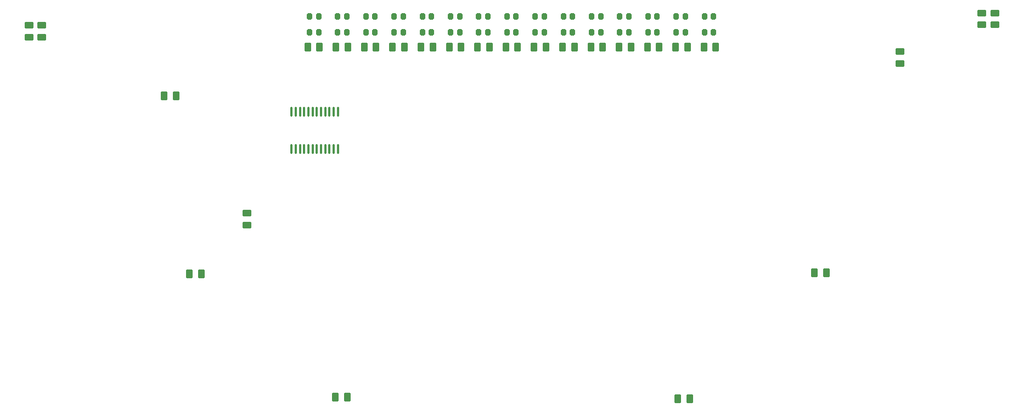
<source format=gbr>
%TF.GenerationSoftware,KiCad,Pcbnew,9.0.1*%
%TF.CreationDate,2026-02-02T11:40:33-05:00*%
%TF.ProjectId,Volante Maquinillo,566f6c61-6e74-4652-904d-617175696e69,rev?*%
%TF.SameCoordinates,Original*%
%TF.FileFunction,Paste,Top*%
%TF.FilePolarity,Positive*%
%FSLAX46Y46*%
G04 Gerber Fmt 4.6, Leading zero omitted, Abs format (unit mm)*
G04 Created by KiCad (PCBNEW 9.0.1) date 2026-02-02 11:40:33*
%MOMM*%
%LPD*%
G01*
G04 APERTURE LIST*
G04 Aperture macros list*
%AMRoundRect*
0 Rectangle with rounded corners*
0 $1 Rounding radius*
0 $2 $3 $4 $5 $6 $7 $8 $9 X,Y pos of 4 corners*
0 Add a 4 corners polygon primitive as box body*
4,1,4,$2,$3,$4,$5,$6,$7,$8,$9,$2,$3,0*
0 Add four circle primitives for the rounded corners*
1,1,$1+$1,$2,$3*
1,1,$1+$1,$4,$5*
1,1,$1+$1,$6,$7*
1,1,$1+$1,$8,$9*
0 Add four rect primitives between the rounded corners*
20,1,$1+$1,$2,$3,$4,$5,0*
20,1,$1+$1,$4,$5,$6,$7,0*
20,1,$1+$1,$6,$7,$8,$9,0*
20,1,$1+$1,$8,$9,$2,$3,0*%
G04 Aperture macros list end*
%ADD10RoundRect,0.250000X0.450000X-0.262500X0.450000X0.262500X-0.450000X0.262500X-0.450000X-0.262500X0*%
%ADD11RoundRect,0.250000X-0.450000X0.262500X-0.450000X-0.262500X0.450000X-0.262500X0.450000X0.262500X0*%
%ADD12RoundRect,0.250000X-0.262500X-0.450000X0.262500X-0.450000X0.262500X0.450000X-0.262500X0.450000X0*%
%ADD13RoundRect,0.200000X0.200000X-0.300000X0.200000X0.300000X-0.200000X0.300000X-0.200000X-0.300000X0*%
%ADD14RoundRect,0.100000X-0.100000X0.637500X-0.100000X-0.637500X0.100000X-0.637500X0.100000X0.637500X0*%
%ADD15RoundRect,0.250000X0.262500X0.450000X-0.262500X0.450000X-0.262500X-0.450000X0.262500X-0.450000X0*%
G04 APERTURE END LIST*
D10*
%TO.C,R21*%
X225390000Y-60502500D03*
X225390000Y-58677500D03*
%TD*%
D11*
%TO.C,R20*%
X227460000Y-58677500D03*
X227460000Y-60502500D03*
%TD*%
D12*
%TO.C,R9*%
X156351558Y-63900000D03*
X158176558Y-63900000D03*
%TD*%
D11*
%TO.C,R16*%
X78400000Y-60587500D03*
X78400000Y-62412500D03*
%TD*%
D13*
%TO.C,D4*%
X134748306Y-61650000D03*
X136148306Y-61650000D03*
X136148306Y-59150000D03*
X134748306Y-59150000D03*
%TD*%
%TO.C,D5*%
X139100000Y-61650000D03*
X140500000Y-61650000D03*
X140500000Y-59150000D03*
X139100000Y-59150000D03*
%TD*%
%TO.C,D15*%
X182616946Y-61650000D03*
X184016946Y-61650000D03*
X184016946Y-59150000D03*
X182616946Y-59150000D03*
%TD*%
D11*
%TO.C,R17*%
X80410000Y-60577500D03*
X80410000Y-62402500D03*
%TD*%
D12*
%TO.C,R13*%
X173820607Y-63900000D03*
X175645607Y-63900000D03*
%TD*%
D14*
%TO.C,U1*%
X126075000Y-73937500D03*
X125425000Y-73937500D03*
X124775000Y-73937500D03*
X124125000Y-73937500D03*
X123475000Y-73937500D03*
X122825000Y-73937500D03*
X122175000Y-73937500D03*
X121525000Y-73937500D03*
X120875000Y-73937500D03*
X120225000Y-73937500D03*
X119575000Y-73937500D03*
X118925000Y-73937500D03*
X118925000Y-79662500D03*
X119575000Y-79662500D03*
X120225000Y-79662500D03*
X120875000Y-79662500D03*
X121525000Y-79662500D03*
X122175000Y-79662500D03*
X122825000Y-79662500D03*
X123475000Y-79662500D03*
X124125000Y-79662500D03*
X124775000Y-79662500D03*
X125425000Y-79662500D03*
X126075000Y-79662500D03*
%TD*%
D13*
%TO.C,D8*%
X152155084Y-61650000D03*
X153555084Y-61650000D03*
X153555084Y-59150000D03*
X152155084Y-59150000D03*
%TD*%
D12*
%TO.C,R4*%
X134515247Y-63900000D03*
X136340247Y-63900000D03*
%TD*%
D15*
%TO.C,R25*%
X180362500Y-118270000D03*
X178537500Y-118270000D03*
%TD*%
D12*
%TO.C,R8*%
X151984296Y-63900000D03*
X153809296Y-63900000D03*
%TD*%
%TO.C,R12*%
X169453345Y-63900000D03*
X171278345Y-63900000D03*
%TD*%
D13*
%TO.C,D1*%
X121693222Y-61650000D03*
X123093222Y-61650000D03*
X123093222Y-59150000D03*
X121693222Y-59150000D03*
%TD*%
D12*
%TO.C,R26*%
X125670000Y-118020000D03*
X127495000Y-118020000D03*
%TD*%
%TO.C,R5*%
X138882509Y-63900000D03*
X140707509Y-63900000D03*
%TD*%
%TO.C,R15*%
X182555132Y-63900000D03*
X184380132Y-63900000D03*
%TD*%
%TO.C,R2*%
X125780722Y-63900000D03*
X127605722Y-63900000D03*
%TD*%
D13*
%TO.C,D3*%
X130396611Y-61650000D03*
X131796611Y-61650000D03*
X131796611Y-59150000D03*
X130396611Y-59150000D03*
%TD*%
D12*
%TO.C,R11*%
X165086083Y-63900000D03*
X166911083Y-63900000D03*
%TD*%
%TO.C,R18*%
X99287500Y-71500000D03*
X101112500Y-71500000D03*
%TD*%
%TO.C,R14*%
X178187870Y-63900000D03*
X180012870Y-63900000D03*
%TD*%
D13*
%TO.C,D9*%
X156506779Y-61650000D03*
X157906779Y-61650000D03*
X157906779Y-59150000D03*
X156506779Y-59150000D03*
%TD*%
%TO.C,D14*%
X178265251Y-61650000D03*
X179665251Y-61650000D03*
X179665251Y-59150000D03*
X178265251Y-59150000D03*
%TD*%
D12*
%TO.C,R7*%
X147617034Y-63900000D03*
X149442034Y-63900000D03*
%TD*%
D10*
%TO.C,R24*%
X112000000Y-91412500D03*
X112000000Y-89587500D03*
%TD*%
%TO.C,R22*%
X212770000Y-66442500D03*
X212770000Y-64617500D03*
%TD*%
D13*
%TO.C,D10*%
X160858473Y-61650000D03*
X162258473Y-61650000D03*
X162258473Y-59150000D03*
X160858473Y-59150000D03*
%TD*%
D12*
%TO.C,R1*%
X121413460Y-63900000D03*
X123238460Y-63900000D03*
%TD*%
D13*
%TO.C,D2*%
X126044917Y-61650000D03*
X127444917Y-61650000D03*
X127444917Y-59150000D03*
X126044917Y-59150000D03*
%TD*%
D12*
%TO.C,R6*%
X143249771Y-63900000D03*
X145074771Y-63900000D03*
%TD*%
D13*
%TO.C,D7*%
X147803389Y-61650000D03*
X149203389Y-61650000D03*
X149203389Y-59150000D03*
X147803389Y-59150000D03*
%TD*%
%TO.C,D13*%
X173913557Y-61650000D03*
X175313557Y-61650000D03*
X175313557Y-59150000D03*
X173913557Y-59150000D03*
%TD*%
%TO.C,D12*%
X169561862Y-61650000D03*
X170961862Y-61650000D03*
X170961862Y-59150000D03*
X169561862Y-59150000D03*
%TD*%
D12*
%TO.C,R10*%
X160718821Y-63900000D03*
X162543821Y-63900000D03*
%TD*%
%TO.C,R23*%
X199587500Y-98800000D03*
X201412500Y-98800000D03*
%TD*%
D15*
%TO.C,R19*%
X104982500Y-98950000D03*
X103157500Y-98950000D03*
%TD*%
D12*
%TO.C,R3*%
X130147985Y-63900000D03*
X131972985Y-63900000D03*
%TD*%
D13*
%TO.C,D11*%
X165210168Y-61650000D03*
X166610168Y-61650000D03*
X166610168Y-59150000D03*
X165210168Y-59150000D03*
%TD*%
%TO.C,D6*%
X143451695Y-61650000D03*
X144851695Y-61650000D03*
X144851695Y-59150000D03*
X143451695Y-59150000D03*
%TD*%
M02*

</source>
